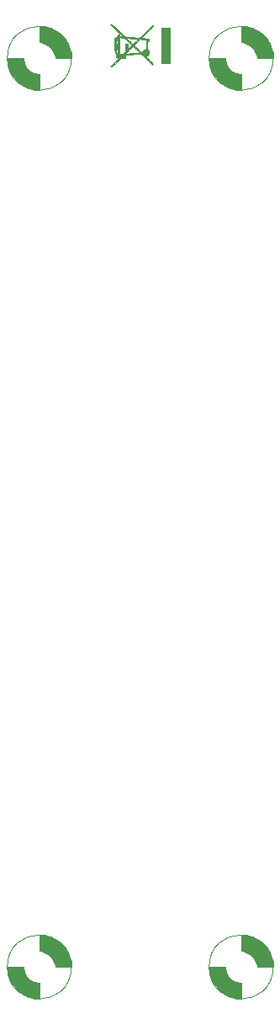
<source format=gbo>
G04 #@! TF.GenerationSoftware,KiCad,Pcbnew,6.0.9-8da3e8f707~116~ubuntu20.04.1*
G04 #@! TF.CreationDate,2023-04-19T17:44:35+00:00*
G04 #@! TF.ProjectId,LEC030201,4c454330-3330-4323-9031-2e6b69636164,rev?*
G04 #@! TF.SameCoordinates,Original*
G04 #@! TF.FileFunction,Legend,Bot*
G04 #@! TF.FilePolarity,Positive*
%FSLAX46Y46*%
G04 Gerber Fmt 4.6, Leading zero omitted, Abs format (unit mm)*
G04 Created by KiCad (PCBNEW 6.0.9-8da3e8f707~116~ubuntu20.04.1) date 2023-04-19 17:44:35*
%MOMM*%
%LPD*%
G01*
G04 APERTURE LIST*
%ADD10C,0.120000*%
%ADD11C,0.010000*%
G04 APERTURE END LIST*
D10*
G04 #@! TO.C,H3*
X206424903Y-142240000D02*
G75*
G03*
X206424903Y-142240000I-3224903J0D01*
G01*
G36*
X203700000Y-139040000D02*
G01*
X204700000Y-139340000D01*
X205500000Y-139940000D01*
X206000000Y-140640000D01*
X206300000Y-141340000D01*
X206400000Y-141740000D01*
X206400000Y-142240000D01*
X204800000Y-142240000D01*
X204800000Y-142140000D01*
X204700000Y-141740000D01*
X204500000Y-141340000D01*
X204100000Y-140940000D01*
X203700000Y-140740000D01*
X203300000Y-140640000D01*
X203200000Y-140640000D01*
X203200000Y-139015097D01*
X203700000Y-139040000D01*
G37*
D11*
X203700000Y-139040000D02*
X204700000Y-139340000D01*
X205500000Y-139940000D01*
X206000000Y-140640000D01*
X206300000Y-141340000D01*
X206400000Y-141740000D01*
X206400000Y-142240000D01*
X204800000Y-142240000D01*
X204800000Y-142140000D01*
X204700000Y-141740000D01*
X204500000Y-141340000D01*
X204100000Y-140940000D01*
X203700000Y-140740000D01*
X203300000Y-140640000D01*
X203200000Y-140640000D01*
X203200000Y-139015097D01*
X203700000Y-139040000D01*
G36*
X201600000Y-142340000D02*
G01*
X201700000Y-142740000D01*
X201900000Y-143140000D01*
X202300000Y-143540000D01*
X202700000Y-143740000D01*
X203100000Y-143840000D01*
X203200000Y-143840000D01*
X203200000Y-145464903D01*
X202700000Y-145440000D01*
X201700000Y-145140000D01*
X200900000Y-144540000D01*
X200400000Y-143840000D01*
X200100000Y-143140000D01*
X200000000Y-142740000D01*
X200000000Y-142240000D01*
X201600000Y-142240000D01*
X201600000Y-142340000D01*
G37*
X201600000Y-142340000D02*
X201700000Y-142740000D01*
X201900000Y-143140000D01*
X202300000Y-143540000D01*
X202700000Y-143740000D01*
X203100000Y-143840000D01*
X203200000Y-143840000D01*
X203200000Y-145464903D01*
X202700000Y-145440000D01*
X201700000Y-145140000D01*
X200900000Y-144540000D01*
X200400000Y-143840000D01*
X200100000Y-143140000D01*
X200000000Y-142740000D01*
X200000000Y-142240000D01*
X201600000Y-142240000D01*
X201600000Y-142340000D01*
D10*
G04 #@! TO.C,H4*
X206424903Y-50800000D02*
G75*
G03*
X206424903Y-50800000I-3224903J0D01*
G01*
G36*
X203700000Y-47600000D02*
G01*
X204700000Y-47900000D01*
X205500000Y-48500000D01*
X206000000Y-49200000D01*
X206300000Y-49900000D01*
X206400000Y-50300000D01*
X206400000Y-50800000D01*
X204800000Y-50800000D01*
X204800000Y-50700000D01*
X204700000Y-50300000D01*
X204500000Y-49900000D01*
X204100000Y-49500000D01*
X203700000Y-49300000D01*
X203300000Y-49200000D01*
X203200000Y-49200000D01*
X203200000Y-47575097D01*
X203700000Y-47600000D01*
G37*
D11*
X203700000Y-47600000D02*
X204700000Y-47900000D01*
X205500000Y-48500000D01*
X206000000Y-49200000D01*
X206300000Y-49900000D01*
X206400000Y-50300000D01*
X206400000Y-50800000D01*
X204800000Y-50800000D01*
X204800000Y-50700000D01*
X204700000Y-50300000D01*
X204500000Y-49900000D01*
X204100000Y-49500000D01*
X203700000Y-49300000D01*
X203300000Y-49200000D01*
X203200000Y-49200000D01*
X203200000Y-47575097D01*
X203700000Y-47600000D01*
G36*
X201600000Y-50900000D02*
G01*
X201700000Y-51300000D01*
X201900000Y-51700000D01*
X202300000Y-52100000D01*
X202700000Y-52300000D01*
X203100000Y-52400000D01*
X203200000Y-52400000D01*
X203200000Y-54024903D01*
X202700000Y-54000000D01*
X201700000Y-53700000D01*
X200900000Y-53100000D01*
X200400000Y-52400000D01*
X200100000Y-51700000D01*
X200000000Y-51300000D01*
X200000000Y-50800000D01*
X201600000Y-50800000D01*
X201600000Y-50900000D01*
G37*
X201600000Y-50900000D02*
X201700000Y-51300000D01*
X201900000Y-51700000D01*
X202300000Y-52100000D01*
X202700000Y-52300000D01*
X203100000Y-52400000D01*
X203200000Y-52400000D01*
X203200000Y-54024903D01*
X202700000Y-54000000D01*
X201700000Y-53700000D01*
X200900000Y-53100000D01*
X200400000Y-52400000D01*
X200100000Y-51700000D01*
X200000000Y-51300000D01*
X200000000Y-50800000D01*
X201600000Y-50800000D01*
X201600000Y-50900000D01*
D10*
G04 #@! TO.C,H2*
X186104903Y-50800000D02*
G75*
G03*
X186104903Y-50800000I-3224903J0D01*
G01*
G36*
X183380000Y-47600000D02*
G01*
X184380000Y-47900000D01*
X185180000Y-48500000D01*
X185680000Y-49200000D01*
X185980000Y-49900000D01*
X186080000Y-50300000D01*
X186080000Y-50800000D01*
X184480000Y-50800000D01*
X184480000Y-50700000D01*
X184380000Y-50300000D01*
X184180000Y-49900000D01*
X183780000Y-49500000D01*
X183380000Y-49300000D01*
X182980000Y-49200000D01*
X182880000Y-49200000D01*
X182880000Y-47575097D01*
X183380000Y-47600000D01*
G37*
D11*
X183380000Y-47600000D02*
X184380000Y-47900000D01*
X185180000Y-48500000D01*
X185680000Y-49200000D01*
X185980000Y-49900000D01*
X186080000Y-50300000D01*
X186080000Y-50800000D01*
X184480000Y-50800000D01*
X184480000Y-50700000D01*
X184380000Y-50300000D01*
X184180000Y-49900000D01*
X183780000Y-49500000D01*
X183380000Y-49300000D01*
X182980000Y-49200000D01*
X182880000Y-49200000D01*
X182880000Y-47575097D01*
X183380000Y-47600000D01*
G36*
X181280000Y-50900000D02*
G01*
X181380000Y-51300000D01*
X181580000Y-51700000D01*
X181980000Y-52100000D01*
X182380000Y-52300000D01*
X182780000Y-52400000D01*
X182880000Y-52400000D01*
X182880000Y-54024903D01*
X182380000Y-54000000D01*
X181380000Y-53700000D01*
X180580000Y-53100000D01*
X180080000Y-52400000D01*
X179780000Y-51700000D01*
X179680000Y-51300000D01*
X179680000Y-50800000D01*
X181280000Y-50800000D01*
X181280000Y-50900000D01*
G37*
X181280000Y-50900000D02*
X181380000Y-51300000D01*
X181580000Y-51700000D01*
X181980000Y-52100000D01*
X182380000Y-52300000D01*
X182780000Y-52400000D01*
X182880000Y-52400000D01*
X182880000Y-54024903D01*
X182380000Y-54000000D01*
X181380000Y-53700000D01*
X180580000Y-53100000D01*
X180080000Y-52400000D01*
X179780000Y-51700000D01*
X179680000Y-51300000D01*
X179680000Y-50800000D01*
X181280000Y-50800000D01*
X181280000Y-50900000D01*
D10*
G04 #@! TO.C,H1*
X186104903Y-142240000D02*
G75*
G03*
X186104903Y-142240000I-3224903J0D01*
G01*
G36*
X181280000Y-142340000D02*
G01*
X181380000Y-142740000D01*
X181580000Y-143140000D01*
X181980000Y-143540000D01*
X182380000Y-143740000D01*
X182780000Y-143840000D01*
X182880000Y-143840000D01*
X182880000Y-145464903D01*
X182380000Y-145440000D01*
X181380000Y-145140000D01*
X180580000Y-144540000D01*
X180080000Y-143840000D01*
X179780000Y-143140000D01*
X179680000Y-142740000D01*
X179680000Y-142240000D01*
X181280000Y-142240000D01*
X181280000Y-142340000D01*
G37*
D11*
X181280000Y-142340000D02*
X181380000Y-142740000D01*
X181580000Y-143140000D01*
X181980000Y-143540000D01*
X182380000Y-143740000D01*
X182780000Y-143840000D01*
X182880000Y-143840000D01*
X182880000Y-145464903D01*
X182380000Y-145440000D01*
X181380000Y-145140000D01*
X180580000Y-144540000D01*
X180080000Y-143840000D01*
X179780000Y-143140000D01*
X179680000Y-142740000D01*
X179680000Y-142240000D01*
X181280000Y-142240000D01*
X181280000Y-142340000D01*
G36*
X183380000Y-139040000D02*
G01*
X184380000Y-139340000D01*
X185180000Y-139940000D01*
X185680000Y-140640000D01*
X185980000Y-141340000D01*
X186080000Y-141740000D01*
X186080000Y-142240000D01*
X184480000Y-142240000D01*
X184480000Y-142140000D01*
X184380000Y-141740000D01*
X184180000Y-141340000D01*
X183780000Y-140940000D01*
X183380000Y-140740000D01*
X182980000Y-140640000D01*
X182880000Y-140640000D01*
X182880000Y-139015097D01*
X183380000Y-139040000D01*
G37*
X183380000Y-139040000D02*
X184380000Y-139340000D01*
X185180000Y-139940000D01*
X185680000Y-140640000D01*
X185980000Y-141340000D01*
X186080000Y-141740000D01*
X186080000Y-142240000D01*
X184480000Y-142240000D01*
X184480000Y-142140000D01*
X184380000Y-141740000D01*
X184180000Y-141340000D01*
X183780000Y-140940000D01*
X183380000Y-140740000D01*
X182980000Y-140640000D01*
X182880000Y-140640000D01*
X182880000Y-139015097D01*
X183380000Y-139040000D01*
G04 #@! TO.C,REF\u002A\u002A*
G36*
X196057822Y-51277822D02*
G01*
X195190198Y-51277822D01*
X195190198Y-47757029D01*
X196057822Y-47757029D01*
X196057822Y-51277822D01*
G37*
X196057822Y-51277822D02*
X195190198Y-51277822D01*
X195190198Y-47757029D01*
X196057822Y-47757029D01*
X196057822Y-51277822D01*
G36*
X191092732Y-48585318D02*
G01*
X191117037Y-48587318D01*
X191177880Y-48591977D01*
X191227389Y-48595269D01*
X191260992Y-48596908D01*
X191274116Y-48596610D01*
X191270343Y-48592276D01*
X191250676Y-48572504D01*
X191215818Y-48538321D01*
X191167576Y-48491459D01*
X191107757Y-48433646D01*
X191038167Y-48366613D01*
X190960615Y-48292088D01*
X190876907Y-48211803D01*
X190788849Y-48127487D01*
X190698250Y-48040870D01*
X190606915Y-47953681D01*
X190516653Y-47867651D01*
X190429269Y-47784508D01*
X190346572Y-47705984D01*
X190270368Y-47633808D01*
X190202463Y-47569709D01*
X190144666Y-47515417D01*
X190041040Y-47418408D01*
X190129315Y-47417966D01*
X190217589Y-47417525D01*
X190849158Y-48018062D01*
X191480726Y-48618599D01*
X191624674Y-48630604D01*
X192200635Y-48678635D01*
X192302791Y-48687124D01*
X192430612Y-48697657D01*
X192549767Y-48707379D01*
X192657914Y-48716102D01*
X192752713Y-48723642D01*
X192831819Y-48729813D01*
X192892892Y-48734427D01*
X192933590Y-48737300D01*
X192951570Y-48738246D01*
X192959808Y-48735749D01*
X192977599Y-48724529D01*
X193004411Y-48703249D01*
X193016129Y-48692979D01*
X193041466Y-48670775D01*
X193089986Y-48625977D01*
X193151192Y-48567719D01*
X193226307Y-48494871D01*
X193316550Y-48406297D01*
X193423145Y-48300866D01*
X193493093Y-48231508D01*
X193590658Y-48134821D01*
X193687941Y-48038474D01*
X193782014Y-47945362D01*
X193869950Y-47858382D01*
X193948820Y-47780431D01*
X194015699Y-47714404D01*
X194067658Y-47663198D01*
X194271620Y-47462486D01*
X194309671Y-47498942D01*
X194318245Y-47507540D01*
X194339297Y-47532905D01*
X194347723Y-47550305D01*
X194340530Y-47563929D01*
X194318944Y-47589257D01*
X194287995Y-47619621D01*
X194268448Y-47638104D01*
X194232752Y-47672573D01*
X194182684Y-47721288D01*
X194120001Y-47782531D01*
X194046457Y-47854580D01*
X193963810Y-47935715D01*
X193873815Y-48024216D01*
X193778228Y-48118363D01*
X193678805Y-48216435D01*
X193129343Y-48758839D01*
X193414746Y-48780934D01*
X193475662Y-48785750D01*
X193557548Y-48792784D01*
X193619569Y-48799128D01*
X193664987Y-48805252D01*
X193697062Y-48811627D01*
X193719052Y-48818723D01*
X193734219Y-48827009D01*
X193755416Y-48838607D01*
X193794386Y-48848150D01*
X193850531Y-48850990D01*
X193932773Y-48850990D01*
X193932773Y-49077326D01*
X193756733Y-49077326D01*
X193756733Y-49922918D01*
X193812262Y-49971797D01*
X193826722Y-49985164D01*
X193884813Y-50057612D01*
X193920576Y-50139468D01*
X193932773Y-50228100D01*
X193926306Y-50306308D01*
X193899047Y-50394767D01*
X193850328Y-50470493D01*
X193836403Y-50485252D01*
X193791328Y-50522136D01*
X193738819Y-50554497D01*
X193687061Y-50577703D01*
X193644239Y-50587121D01*
X193638023Y-50587303D01*
X193615246Y-50588658D01*
X193599513Y-50592200D01*
X193592068Y-50599610D01*
X193594156Y-50612569D01*
X193607020Y-50632757D01*
X193631905Y-50661855D01*
X193670053Y-50701544D01*
X193722710Y-50753504D01*
X193791119Y-50819416D01*
X193876524Y-50900960D01*
X193922112Y-50944396D01*
X193998441Y-51017000D01*
X194070808Y-51085691D01*
X194136366Y-51147777D01*
X194192274Y-51200566D01*
X194235686Y-51241366D01*
X194263758Y-51267485D01*
X194341436Y-51338881D01*
X194253416Y-51427137D01*
X193681287Y-50881310D01*
X193645188Y-50846895D01*
X193516272Y-50724454D01*
X193404754Y-50619349D01*
X193310288Y-50531264D01*
X193232529Y-50459884D01*
X193171131Y-50404895D01*
X193125748Y-50365981D01*
X193096035Y-50342827D01*
X193081644Y-50335118D01*
X193081559Y-50335117D01*
X193063624Y-50336175D01*
X193023421Y-50339263D01*
X192963687Y-50344142D01*
X192887158Y-50350568D01*
X192796569Y-50358300D01*
X192694657Y-50367095D01*
X192584159Y-50376713D01*
X192467811Y-50386909D01*
X192348348Y-50397444D01*
X192228507Y-50408074D01*
X192111025Y-50418558D01*
X191998637Y-50428654D01*
X191894081Y-50438119D01*
X191800091Y-50446712D01*
X191719405Y-50454191D01*
X191654759Y-50460313D01*
X191608888Y-50464838D01*
X191584530Y-50467522D01*
X191531089Y-50474610D01*
X191531089Y-50749703D01*
X191320471Y-50750032D01*
X191109852Y-50750361D01*
X190650891Y-51202086D01*
X190191931Y-51653811D01*
X190104848Y-51654430D01*
X190017767Y-51655049D01*
X190566952Y-51113231D01*
X190619998Y-51060863D01*
X190729772Y-50952197D01*
X190823114Y-50859291D01*
X190901173Y-50780945D01*
X190965097Y-50715957D01*
X191016035Y-50663128D01*
X191029126Y-50649109D01*
X191211172Y-50649109D01*
X191430495Y-50649109D01*
X191430495Y-50567376D01*
X191430489Y-50560105D01*
X191429613Y-50519050D01*
X191425867Y-50496723D01*
X191417270Y-50487471D01*
X191401840Y-50485643D01*
X191379159Y-50493694D01*
X191341428Y-50521270D01*
X191292179Y-50567376D01*
X191211172Y-50649109D01*
X191029126Y-50649109D01*
X191055135Y-50621257D01*
X191083548Y-50589145D01*
X191102420Y-50565590D01*
X191112901Y-50549392D01*
X191116139Y-50539351D01*
X191115158Y-50522421D01*
X191107996Y-50512916D01*
X191088401Y-50511277D01*
X191050124Y-50515218D01*
X191026025Y-50517935D01*
X190985744Y-50521716D01*
X190958961Y-50523240D01*
X190949728Y-50523985D01*
X190939839Y-50531254D01*
X190936562Y-50551332D01*
X190937992Y-50590311D01*
X190938553Y-50600263D01*
X190937921Y-50640102D01*
X190929167Y-50668440D01*
X190909289Y-50696370D01*
X190905104Y-50701180D01*
X190854427Y-50740518D01*
X190795934Y-50757828D01*
X190734575Y-50752526D01*
X190675297Y-50724025D01*
X190671606Y-50721267D01*
X190639851Y-50683178D01*
X190621067Y-50633524D01*
X190616071Y-50579998D01*
X190625678Y-50530293D01*
X190650704Y-50492100D01*
X190663480Y-50479169D01*
X190666576Y-50466572D01*
X190656998Y-50448533D01*
X190633082Y-50418072D01*
X190625731Y-50408726D01*
X190579339Y-50336570D01*
X190538084Y-50251085D01*
X190504936Y-50160233D01*
X190482868Y-50071973D01*
X190474852Y-49994264D01*
X190474788Y-49986009D01*
X190470321Y-49940121D01*
X190457795Y-49914921D01*
X190435784Y-49907227D01*
X190428849Y-49906324D01*
X190422885Y-49901385D01*
X190418519Y-49889389D01*
X190415503Y-49867320D01*
X190413590Y-49832164D01*
X190413062Y-49806633D01*
X190512575Y-49806633D01*
X190575446Y-49806633D01*
X190575446Y-49429406D01*
X190512575Y-49429406D01*
X190512575Y-49806633D01*
X190413062Y-49806633D01*
X190412530Y-49780906D01*
X190412077Y-49710529D01*
X190411980Y-49618020D01*
X190412150Y-49531340D01*
X190412834Y-49457668D01*
X190414215Y-49403735D01*
X190416470Y-49366712D01*
X190419778Y-49343770D01*
X190424320Y-49332080D01*
X190430272Y-49328812D01*
X190572893Y-49328812D01*
X190676040Y-49328812D01*
X190676040Y-49907227D01*
X190585122Y-49907227D01*
X190593753Y-49979529D01*
X190612249Y-50090002D01*
X190645691Y-50201184D01*
X190692324Y-50293150D01*
X190752786Y-50367458D01*
X190801782Y-50415302D01*
X190801782Y-50405148D01*
X190914951Y-50405148D01*
X190962104Y-50400987D01*
X190983498Y-50399065D01*
X191041909Y-50393076D01*
X191080381Y-50387174D01*
X191102912Y-50380273D01*
X191113498Y-50371288D01*
X191116139Y-50359130D01*
X191117937Y-50348199D01*
X191123438Y-50343558D01*
X191535703Y-50343558D01*
X191543732Y-50343747D01*
X191574653Y-50342092D01*
X191626653Y-50338451D01*
X191697487Y-50333005D01*
X191784911Y-50325937D01*
X191886681Y-50317430D01*
X192000552Y-50307665D01*
X192124279Y-50296826D01*
X192255618Y-50285093D01*
X192356908Y-50275921D01*
X192482526Y-50264434D01*
X192598762Y-50253678D01*
X192703380Y-50243869D01*
X192794140Y-50235219D01*
X192868804Y-50227943D01*
X192925134Y-50222254D01*
X192960891Y-50218366D01*
X192973837Y-50216494D01*
X192969826Y-50210812D01*
X192950138Y-50189980D01*
X192916322Y-50156128D01*
X192870837Y-50111588D01*
X192816146Y-50058690D01*
X192754710Y-49999764D01*
X192688990Y-49937142D01*
X192621449Y-49873152D01*
X192554547Y-49810126D01*
X192490746Y-49750394D01*
X192432507Y-49696287D01*
X192382292Y-49650135D01*
X192342563Y-49614267D01*
X192315780Y-49591016D01*
X192304406Y-49582710D01*
X192293383Y-49590852D01*
X192266999Y-49614522D01*
X192227527Y-49651522D01*
X192177191Y-49699650D01*
X192118217Y-49756704D01*
X192052830Y-49820480D01*
X191983255Y-49888778D01*
X191911716Y-49959395D01*
X191840438Y-50030129D01*
X191771647Y-50098778D01*
X191707566Y-50163139D01*
X191650422Y-50221011D01*
X191602439Y-50270190D01*
X191565841Y-50308476D01*
X191542854Y-50333666D01*
X191535703Y-50343558D01*
X191123438Y-50343558D01*
X191126530Y-50340950D01*
X191146505Y-50336900D01*
X191182450Y-50335137D01*
X191238952Y-50334752D01*
X191361766Y-50334752D01*
X191401840Y-50294553D01*
X191499654Y-50196435D01*
X191637542Y-50058119D01*
X191531089Y-50058119D01*
X191531089Y-49303663D01*
X191770000Y-49303663D01*
X191770000Y-49922169D01*
X191986906Y-49712408D01*
X192028334Y-49672230D01*
X192085200Y-49616672D01*
X192134082Y-49568430D01*
X192172441Y-49530029D01*
X192197741Y-49503997D01*
X192207442Y-49492860D01*
X192204767Y-49488627D01*
X192202222Y-49485818D01*
X192403046Y-49485818D01*
X192407405Y-49493556D01*
X192427241Y-49516605D01*
X192460375Y-49551291D01*
X192503820Y-49594513D01*
X192554587Y-49643168D01*
X192568051Y-49655860D01*
X192628275Y-49712771D01*
X192699864Y-49780586D01*
X192777437Y-49854200D01*
X192855611Y-49928507D01*
X192929005Y-49998401D01*
X192933409Y-50002599D01*
X193001785Y-50067580D01*
X193054732Y-50117164D01*
X193094767Y-50153312D01*
X193124411Y-50177984D01*
X193146181Y-50193142D01*
X193162595Y-50200744D01*
X193176174Y-50202753D01*
X193189434Y-50201128D01*
X193190819Y-50200844D01*
X193222228Y-50187302D01*
X193236863Y-50160252D01*
X193268063Y-50076871D01*
X193320038Y-50002582D01*
X193388791Y-49944154D01*
X193471315Y-49904110D01*
X193564606Y-49884974D01*
X193643565Y-49878636D01*
X193643565Y-48929162D01*
X193615273Y-48922542D01*
X193608329Y-48921371D01*
X193577281Y-48917732D01*
X193527081Y-48912766D01*
X193461727Y-48906843D01*
X193385219Y-48900331D01*
X193301555Y-48893599D01*
X193016129Y-48871276D01*
X192710565Y-49172174D01*
X192654704Y-49227364D01*
X192586888Y-49294891D01*
X192526643Y-49355471D01*
X192476052Y-49406979D01*
X192437200Y-49447290D01*
X192412170Y-49474278D01*
X192403046Y-49485818D01*
X192202222Y-49485818D01*
X192186782Y-49468776D01*
X192153481Y-49434549D01*
X192106712Y-49387773D01*
X192048325Y-49330276D01*
X191980169Y-49263888D01*
X191904094Y-49190436D01*
X191821950Y-49111749D01*
X191738943Y-49032659D01*
X191657136Y-48955129D01*
X191590083Y-48892254D01*
X191536007Y-48842498D01*
X191493129Y-48804322D01*
X191459673Y-48776189D01*
X191433861Y-48756560D01*
X191430135Y-48754195D01*
X191624674Y-48754195D01*
X191624908Y-48754616D01*
X191636350Y-48766491D01*
X191663198Y-48792870D01*
X191703018Y-48831430D01*
X191753372Y-48879847D01*
X191811828Y-48935797D01*
X191875948Y-48996958D01*
X191943298Y-49061005D01*
X192011443Y-49125615D01*
X192077948Y-49188465D01*
X192140377Y-49247232D01*
X192196295Y-49299591D01*
X192304406Y-49400467D01*
X192306477Y-49402399D01*
X192581968Y-49126695D01*
X192649224Y-49059274D01*
X192712162Y-48995733D01*
X192760100Y-48946510D01*
X192794594Y-48909804D01*
X192817199Y-48883810D01*
X192829471Y-48866724D01*
X192832966Y-48856744D01*
X192829238Y-48852065D01*
X192819844Y-48850884D01*
X192804749Y-48850127D01*
X192765883Y-48847399D01*
X192706895Y-48842892D01*
X192630473Y-48836821D01*
X192539305Y-48829404D01*
X192436080Y-48820858D01*
X192323483Y-48811398D01*
X192204205Y-48801242D01*
X192099077Y-48792277D01*
X191988351Y-48782934D01*
X191887814Y-48774557D01*
X191799943Y-48767347D01*
X191727215Y-48761504D01*
X191672110Y-48757231D01*
X191637104Y-48754727D01*
X191624674Y-48754195D01*
X191430135Y-48754195D01*
X191413914Y-48743899D01*
X191398056Y-48736666D01*
X191384509Y-48733325D01*
X191377910Y-48732439D01*
X191341548Y-48728512D01*
X191288018Y-48723541D01*
X191223421Y-48718073D01*
X191153862Y-48712656D01*
X191129635Y-48710819D01*
X191064178Y-48705512D01*
X191007717Y-48700452D01*
X190965618Y-48696137D01*
X190943243Y-48693066D01*
X190914951Y-48687045D01*
X190914951Y-50405148D01*
X190801782Y-50405148D01*
X190801782Y-49000779D01*
X190711095Y-49004474D01*
X190620407Y-49008168D01*
X190605252Y-49083614D01*
X190598379Y-49121449D01*
X190588756Y-49184632D01*
X190581496Y-49243935D01*
X190572893Y-49328812D01*
X190430272Y-49328812D01*
X190444888Y-49318063D01*
X190454215Y-49287945D01*
X190455847Y-49276418D01*
X190461591Y-49237114D01*
X190469378Y-49184812D01*
X190478003Y-49127624D01*
X190482393Y-49096084D01*
X190487148Y-49049926D01*
X190488295Y-49017359D01*
X190485495Y-49003977D01*
X190483671Y-49001692D01*
X190479165Y-48980595D01*
X190476029Y-48942645D01*
X190474852Y-48893952D01*
X190474852Y-48788119D01*
X190512575Y-48788106D01*
X190515718Y-48788106D01*
X190528668Y-48787612D01*
X190550411Y-48781181D01*
X190550967Y-48780629D01*
X190701188Y-48780629D01*
X190702463Y-48782303D01*
X190719976Y-48786456D01*
X190751485Y-48788119D01*
X190801782Y-48788119D01*
X190801782Y-48731092D01*
X190801662Y-48714007D01*
X190799462Y-48688692D01*
X190792334Y-48681384D01*
X190777508Y-48687057D01*
X190774682Y-48688733D01*
X190752944Y-48707552D01*
X190728820Y-48734817D01*
X190709254Y-48762013D01*
X190701188Y-48780629D01*
X190550967Y-48780629D01*
X190568851Y-48762877D01*
X190590801Y-48727170D01*
X190610854Y-48695826D01*
X190649356Y-48648107D01*
X190692579Y-48604862D01*
X190734627Y-48571781D01*
X190769604Y-48554558D01*
X190783081Y-48550338D01*
X190792334Y-48542520D01*
X190795454Y-48539884D01*
X190800696Y-48518338D01*
X190801782Y-48478686D01*
X190801782Y-48410891D01*
X190914951Y-48410891D01*
X190914951Y-48570423D01*
X191092732Y-48585318D01*
G37*
X191092732Y-48585318D02*
X191117037Y-48587318D01*
X191177880Y-48591977D01*
X191227389Y-48595269D01*
X191260992Y-48596908D01*
X191274116Y-48596610D01*
X191270343Y-48592276D01*
X191250676Y-48572504D01*
X191215818Y-48538321D01*
X191167576Y-48491459D01*
X191107757Y-48433646D01*
X191038167Y-48366613D01*
X190960615Y-48292088D01*
X190876907Y-48211803D01*
X190788849Y-48127487D01*
X190698250Y-48040870D01*
X190606915Y-47953681D01*
X190516653Y-47867651D01*
X190429269Y-47784508D01*
X190346572Y-47705984D01*
X190270368Y-47633808D01*
X190202463Y-47569709D01*
X190144666Y-47515417D01*
X190041040Y-47418408D01*
X190129315Y-47417966D01*
X190217589Y-47417525D01*
X190849158Y-48018062D01*
X191480726Y-48618599D01*
X191624674Y-48630604D01*
X192200635Y-48678635D01*
X192302791Y-48687124D01*
X192430612Y-48697657D01*
X192549767Y-48707379D01*
X192657914Y-48716102D01*
X192752713Y-48723642D01*
X192831819Y-48729813D01*
X192892892Y-48734427D01*
X192933590Y-48737300D01*
X192951570Y-48738246D01*
X192959808Y-48735749D01*
X192977599Y-48724529D01*
X193004411Y-48703249D01*
X193016129Y-48692979D01*
X193041466Y-48670775D01*
X193089986Y-48625977D01*
X193151192Y-48567719D01*
X193226307Y-48494871D01*
X193316550Y-48406297D01*
X193423145Y-48300866D01*
X193493093Y-48231508D01*
X193590658Y-48134821D01*
X193687941Y-48038474D01*
X193782014Y-47945362D01*
X193869950Y-47858382D01*
X193948820Y-47780431D01*
X194015699Y-47714404D01*
X194067658Y-47663198D01*
X194271620Y-47462486D01*
X194309671Y-47498942D01*
X194318245Y-47507540D01*
X194339297Y-47532905D01*
X194347723Y-47550305D01*
X194340530Y-47563929D01*
X194318944Y-47589257D01*
X194287995Y-47619621D01*
X194268448Y-47638104D01*
X194232752Y-47672573D01*
X194182684Y-47721288D01*
X194120001Y-47782531D01*
X194046457Y-47854580D01*
X193963810Y-47935715D01*
X193873815Y-48024216D01*
X193778228Y-48118363D01*
X193678805Y-48216435D01*
X193129343Y-48758839D01*
X193414746Y-48780934D01*
X193475662Y-48785750D01*
X193557548Y-48792784D01*
X193619569Y-48799128D01*
X193664987Y-48805252D01*
X193697062Y-48811627D01*
X193719052Y-48818723D01*
X193734219Y-48827009D01*
X193755416Y-48838607D01*
X193794386Y-48848150D01*
X193850531Y-48850990D01*
X193932773Y-48850990D01*
X193932773Y-49077326D01*
X193756733Y-49077326D01*
X193756733Y-49922918D01*
X193812262Y-49971797D01*
X193826722Y-49985164D01*
X193884813Y-50057612D01*
X193920576Y-50139468D01*
X193932773Y-50228100D01*
X193926306Y-50306308D01*
X193899047Y-50394767D01*
X193850328Y-50470493D01*
X193836403Y-50485252D01*
X193791328Y-50522136D01*
X193738819Y-50554497D01*
X193687061Y-50577703D01*
X193644239Y-50587121D01*
X193638023Y-50587303D01*
X193615246Y-50588658D01*
X193599513Y-50592200D01*
X193592068Y-50599610D01*
X193594156Y-50612569D01*
X193607020Y-50632757D01*
X193631905Y-50661855D01*
X193670053Y-50701544D01*
X193722710Y-50753504D01*
X193791119Y-50819416D01*
X193876524Y-50900960D01*
X193922112Y-50944396D01*
X193998441Y-51017000D01*
X194070808Y-51085691D01*
X194136366Y-51147777D01*
X194192274Y-51200566D01*
X194235686Y-51241366D01*
X194263758Y-51267485D01*
X194341436Y-51338881D01*
X194253416Y-51427137D01*
X193681287Y-50881310D01*
X193645188Y-50846895D01*
X193516272Y-50724454D01*
X193404754Y-50619349D01*
X193310288Y-50531264D01*
X193232529Y-50459884D01*
X193171131Y-50404895D01*
X193125748Y-50365981D01*
X193096035Y-50342827D01*
X193081644Y-50335118D01*
X193081559Y-50335117D01*
X193063624Y-50336175D01*
X193023421Y-50339263D01*
X192963687Y-50344142D01*
X192887158Y-50350568D01*
X192796569Y-50358300D01*
X192694657Y-50367095D01*
X192584159Y-50376713D01*
X192467811Y-50386909D01*
X192348348Y-50397444D01*
X192228507Y-50408074D01*
X192111025Y-50418558D01*
X191998637Y-50428654D01*
X191894081Y-50438119D01*
X191800091Y-50446712D01*
X191719405Y-50454191D01*
X191654759Y-50460313D01*
X191608888Y-50464838D01*
X191584530Y-50467522D01*
X191531089Y-50474610D01*
X191531089Y-50749703D01*
X191320471Y-50750032D01*
X191109852Y-50750361D01*
X190650891Y-51202086D01*
X190191931Y-51653811D01*
X190104848Y-51654430D01*
X190017767Y-51655049D01*
X190566952Y-51113231D01*
X190619998Y-51060863D01*
X190729772Y-50952197D01*
X190823114Y-50859291D01*
X190901173Y-50780945D01*
X190965097Y-50715957D01*
X191016035Y-50663128D01*
X191029126Y-50649109D01*
X191211172Y-50649109D01*
X191430495Y-50649109D01*
X191430495Y-50567376D01*
X191430489Y-50560105D01*
X191429613Y-50519050D01*
X191425867Y-50496723D01*
X191417270Y-50487471D01*
X191401840Y-50485643D01*
X191379159Y-50493694D01*
X191341428Y-50521270D01*
X191292179Y-50567376D01*
X191211172Y-50649109D01*
X191029126Y-50649109D01*
X191055135Y-50621257D01*
X191083548Y-50589145D01*
X191102420Y-50565590D01*
X191112901Y-50549392D01*
X191116139Y-50539351D01*
X191115158Y-50522421D01*
X191107996Y-50512916D01*
X191088401Y-50511277D01*
X191050124Y-50515218D01*
X191026025Y-50517935D01*
X190985744Y-50521716D01*
X190958961Y-50523240D01*
X190949728Y-50523985D01*
X190939839Y-50531254D01*
X190936562Y-50551332D01*
X190937992Y-50590311D01*
X190938553Y-50600263D01*
X190937921Y-50640102D01*
X190929167Y-50668440D01*
X190909289Y-50696370D01*
X190905104Y-50701180D01*
X190854427Y-50740518D01*
X190795934Y-50757828D01*
X190734575Y-50752526D01*
X190675297Y-50724025D01*
X190671606Y-50721267D01*
X190639851Y-50683178D01*
X190621067Y-50633524D01*
X190616071Y-50579998D01*
X190625678Y-50530293D01*
X190650704Y-50492100D01*
X190663480Y-50479169D01*
X190666576Y-50466572D01*
X190656998Y-50448533D01*
X190633082Y-50418072D01*
X190625731Y-50408726D01*
X190579339Y-50336570D01*
X190538084Y-50251085D01*
X190504936Y-50160233D01*
X190482868Y-50071973D01*
X190474852Y-49994264D01*
X190474788Y-49986009D01*
X190470321Y-49940121D01*
X190457795Y-49914921D01*
X190435784Y-49907227D01*
X190428849Y-49906324D01*
X190422885Y-49901385D01*
X190418519Y-49889389D01*
X190415503Y-49867320D01*
X190413590Y-49832164D01*
X190413062Y-49806633D01*
X190512575Y-49806633D01*
X190575446Y-49806633D01*
X190575446Y-49429406D01*
X190512575Y-49429406D01*
X190512575Y-49806633D01*
X190413062Y-49806633D01*
X190412530Y-49780906D01*
X190412077Y-49710529D01*
X190411980Y-49618020D01*
X190412150Y-49531340D01*
X190412834Y-49457668D01*
X190414215Y-49403735D01*
X190416470Y-49366712D01*
X190419778Y-49343770D01*
X190424320Y-49332080D01*
X190430272Y-49328812D01*
X190572893Y-49328812D01*
X190676040Y-49328812D01*
X190676040Y-49907227D01*
X190585122Y-49907227D01*
X190593753Y-49979529D01*
X190612249Y-50090002D01*
X190645691Y-50201184D01*
X190692324Y-50293150D01*
X190752786Y-50367458D01*
X190801782Y-50415302D01*
X190801782Y-50405148D01*
X190914951Y-50405148D01*
X190962104Y-50400987D01*
X190983498Y-50399065D01*
X191041909Y-50393076D01*
X191080381Y-50387174D01*
X191102912Y-50380273D01*
X191113498Y-50371288D01*
X191116139Y-50359130D01*
X191117937Y-50348199D01*
X191123438Y-50343558D01*
X191535703Y-50343558D01*
X191543732Y-50343747D01*
X191574653Y-50342092D01*
X191626653Y-50338451D01*
X191697487Y-50333005D01*
X191784911Y-50325937D01*
X191886681Y-50317430D01*
X192000552Y-50307665D01*
X192124279Y-50296826D01*
X192255618Y-50285093D01*
X192356908Y-50275921D01*
X192482526Y-50264434D01*
X192598762Y-50253678D01*
X192703380Y-50243869D01*
X192794140Y-50235219D01*
X192868804Y-50227943D01*
X192925134Y-50222254D01*
X192960891Y-50218366D01*
X192973837Y-50216494D01*
X192969826Y-50210812D01*
X192950138Y-50189980D01*
X192916322Y-50156128D01*
X192870837Y-50111588D01*
X192816146Y-50058690D01*
X192754710Y-49999764D01*
X192688990Y-49937142D01*
X192621449Y-49873152D01*
X192554547Y-49810126D01*
X192490746Y-49750394D01*
X192432507Y-49696287D01*
X192382292Y-49650135D01*
X192342563Y-49614267D01*
X192315780Y-49591016D01*
X192304406Y-49582710D01*
X192293383Y-49590852D01*
X192266999Y-49614522D01*
X192227527Y-49651522D01*
X192177191Y-49699650D01*
X192118217Y-49756704D01*
X192052830Y-49820480D01*
X191983255Y-49888778D01*
X191911716Y-49959395D01*
X191840438Y-50030129D01*
X191771647Y-50098778D01*
X191707566Y-50163139D01*
X191650422Y-50221011D01*
X191602439Y-50270190D01*
X191565841Y-50308476D01*
X191542854Y-50333666D01*
X191535703Y-50343558D01*
X191123438Y-50343558D01*
X191126530Y-50340950D01*
X191146505Y-50336900D01*
X191182450Y-50335137D01*
X191238952Y-50334752D01*
X191361766Y-50334752D01*
X191401840Y-50294553D01*
X191499654Y-50196435D01*
X191637542Y-50058119D01*
X191531089Y-50058119D01*
X191531089Y-49303663D01*
X191770000Y-49303663D01*
X191770000Y-49922169D01*
X191986906Y-49712408D01*
X192028334Y-49672230D01*
X192085200Y-49616672D01*
X192134082Y-49568430D01*
X192172441Y-49530029D01*
X192197741Y-49503997D01*
X192207442Y-49492860D01*
X192204767Y-49488627D01*
X192202222Y-49485818D01*
X192403046Y-49485818D01*
X192407405Y-49493556D01*
X192427241Y-49516605D01*
X192460375Y-49551291D01*
X192503820Y-49594513D01*
X192554587Y-49643168D01*
X192568051Y-49655860D01*
X192628275Y-49712771D01*
X192699864Y-49780586D01*
X192777437Y-49854200D01*
X192855611Y-49928507D01*
X192929005Y-49998401D01*
X192933409Y-50002599D01*
X193001785Y-50067580D01*
X193054732Y-50117164D01*
X193094767Y-50153312D01*
X193124411Y-50177984D01*
X193146181Y-50193142D01*
X193162595Y-50200744D01*
X193176174Y-50202753D01*
X193189434Y-50201128D01*
X193190819Y-50200844D01*
X193222228Y-50187302D01*
X193236863Y-50160252D01*
X193268063Y-50076871D01*
X193320038Y-50002582D01*
X193388791Y-49944154D01*
X193471315Y-49904110D01*
X193564606Y-49884974D01*
X193643565Y-49878636D01*
X193643565Y-48929162D01*
X193615273Y-48922542D01*
X193608329Y-48921371D01*
X193577281Y-48917732D01*
X193527081Y-48912766D01*
X193461727Y-48906843D01*
X193385219Y-48900331D01*
X193301555Y-48893599D01*
X193016129Y-48871276D01*
X192710565Y-49172174D01*
X192654704Y-49227364D01*
X192586888Y-49294891D01*
X192526643Y-49355471D01*
X192476052Y-49406979D01*
X192437200Y-49447290D01*
X192412170Y-49474278D01*
X192403046Y-49485818D01*
X192202222Y-49485818D01*
X192186782Y-49468776D01*
X192153481Y-49434549D01*
X192106712Y-49387773D01*
X192048325Y-49330276D01*
X191980169Y-49263888D01*
X191904094Y-49190436D01*
X191821950Y-49111749D01*
X191738943Y-49032659D01*
X191657136Y-48955129D01*
X191590083Y-48892254D01*
X191536007Y-48842498D01*
X191493129Y-48804322D01*
X191459673Y-48776189D01*
X191433861Y-48756560D01*
X191430135Y-48754195D01*
X191624674Y-48754195D01*
X191624908Y-48754616D01*
X191636350Y-48766491D01*
X191663198Y-48792870D01*
X191703018Y-48831430D01*
X191753372Y-48879847D01*
X191811828Y-48935797D01*
X191875948Y-48996958D01*
X191943298Y-49061005D01*
X192011443Y-49125615D01*
X192077948Y-49188465D01*
X192140377Y-49247232D01*
X192196295Y-49299591D01*
X192304406Y-49400467D01*
X192306477Y-49402399D01*
X192581968Y-49126695D01*
X192649224Y-49059274D01*
X192712162Y-48995733D01*
X192760100Y-48946510D01*
X192794594Y-48909804D01*
X192817199Y-48883810D01*
X192829471Y-48866724D01*
X192832966Y-48856744D01*
X192829238Y-48852065D01*
X192819844Y-48850884D01*
X192804749Y-48850127D01*
X192765883Y-48847399D01*
X192706895Y-48842892D01*
X192630473Y-48836821D01*
X192539305Y-48829404D01*
X192436080Y-48820858D01*
X192323483Y-48811398D01*
X192204205Y-48801242D01*
X192099077Y-48792277D01*
X191988351Y-48782934D01*
X191887814Y-48774557D01*
X191799943Y-48767347D01*
X191727215Y-48761504D01*
X191672110Y-48757231D01*
X191637104Y-48754727D01*
X191624674Y-48754195D01*
X191430135Y-48754195D01*
X191413914Y-48743899D01*
X191398056Y-48736666D01*
X191384509Y-48733325D01*
X191377910Y-48732439D01*
X191341548Y-48728512D01*
X191288018Y-48723541D01*
X191223421Y-48718073D01*
X191153862Y-48712656D01*
X191129635Y-48710819D01*
X191064178Y-48705512D01*
X191007717Y-48700452D01*
X190965618Y-48696137D01*
X190943243Y-48693066D01*
X190914951Y-48687045D01*
X190914951Y-50405148D01*
X190801782Y-50405148D01*
X190801782Y-49000779D01*
X190711095Y-49004474D01*
X190620407Y-49008168D01*
X190605252Y-49083614D01*
X190598379Y-49121449D01*
X190588756Y-49184632D01*
X190581496Y-49243935D01*
X190572893Y-49328812D01*
X190430272Y-49328812D01*
X190444888Y-49318063D01*
X190454215Y-49287945D01*
X190455847Y-49276418D01*
X190461591Y-49237114D01*
X190469378Y-49184812D01*
X190478003Y-49127624D01*
X190482393Y-49096084D01*
X190487148Y-49049926D01*
X190488295Y-49017359D01*
X190485495Y-49003977D01*
X190483671Y-49001692D01*
X190479165Y-48980595D01*
X190476029Y-48942645D01*
X190474852Y-48893952D01*
X190474852Y-48788119D01*
X190512575Y-48788106D01*
X190515718Y-48788106D01*
X190528668Y-48787612D01*
X190550411Y-48781181D01*
X190550967Y-48780629D01*
X190701188Y-48780629D01*
X190702463Y-48782303D01*
X190719976Y-48786456D01*
X190751485Y-48788119D01*
X190801782Y-48788119D01*
X190801782Y-48731092D01*
X190801662Y-48714007D01*
X190799462Y-48688692D01*
X190792334Y-48681384D01*
X190777508Y-48687057D01*
X190774682Y-48688733D01*
X190752944Y-48707552D01*
X190728820Y-48734817D01*
X190709254Y-48762013D01*
X190701188Y-48780629D01*
X190550967Y-48780629D01*
X190568851Y-48762877D01*
X190590801Y-48727170D01*
X190610854Y-48695826D01*
X190649356Y-48648107D01*
X190692579Y-48604862D01*
X190734627Y-48571781D01*
X190769604Y-48554558D01*
X190783081Y-48550338D01*
X190792334Y-48542520D01*
X190795454Y-48539884D01*
X190800696Y-48518338D01*
X190801782Y-48478686D01*
X190801782Y-48410891D01*
X190914951Y-48410891D01*
X190914951Y-48570423D01*
X191092732Y-48585318D01*
G04 #@! TD*
M02*

</source>
